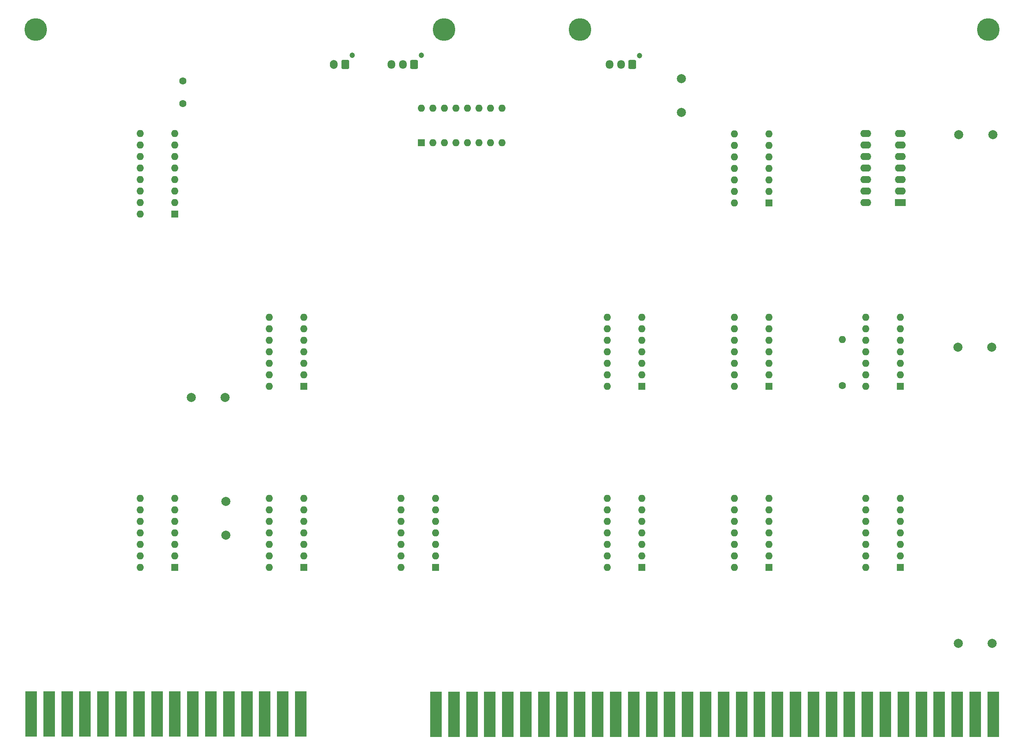
<source format=gbr>
%TF.GenerationSoftware,KiCad,Pcbnew,(6.0.4-0)*%
%TF.CreationDate,2024-04-06T09:11:41+11:00*%
%TF.ProjectId,PC and ADDER 74LS74 MOD,50432061-6e64-4204-9144-444552203734,rev?*%
%TF.SameCoordinates,Original*%
%TF.FileFunction,Soldermask,Bot*%
%TF.FilePolarity,Negative*%
%FSLAX46Y46*%
G04 Gerber Fmt 4.6, Leading zero omitted, Abs format (unit mm)*
G04 Created by KiCad (PCBNEW (6.0.4-0)) date 2024-04-06 09:11:41*
%MOMM*%
%LPD*%
G01*
G04 APERTURE LIST*
G04 Aperture macros list*
%AMRoundRect*
0 Rectangle with rounded corners*
0 $1 Rounding radius*
0 $2 $3 $4 $5 $6 $7 $8 $9 X,Y pos of 4 corners*
0 Add a 4 corners polygon primitive as box body*
4,1,4,$2,$3,$4,$5,$6,$7,$8,$9,$2,$3,0*
0 Add four circle primitives for the rounded corners*
1,1,$1+$1,$2,$3*
1,1,$1+$1,$4,$5*
1,1,$1+$1,$6,$7*
1,1,$1+$1,$8,$9*
0 Add four rect primitives between the rounded corners*
20,1,$1+$1,$2,$3,$4,$5,0*
20,1,$1+$1,$4,$5,$6,$7,0*
20,1,$1+$1,$6,$7,$8,$9,0*
20,1,$1+$1,$8,$9,$2,$3,0*%
G04 Aperture macros list end*
%ADD10R,2.540000X10.000000*%
%ADD11R,1.600000X1.600000*%
%ADD12O,1.600000X1.600000*%
%ADD13C,1.600000*%
%ADD14C,5.000000*%
%ADD15C,1.200000*%
%ADD16RoundRect,0.250000X0.600000X0.725000X-0.600000X0.725000X-0.600000X-0.725000X0.600000X-0.725000X0*%
%ADD17O,1.700000X1.950000*%
%ADD18C,2.000000*%
%ADD19RoundRect,0.250000X0.600000X0.750000X-0.600000X0.750000X-0.600000X-0.750000X0.600000X-0.750000X0*%
%ADD20O,1.700000X2.000000*%
%ADD21R,2.400000X1.600000*%
%ADD22O,2.400000X1.600000*%
G04 APERTURE END LIST*
D10*
%TO.C,J1*%
X251050000Y-174170000D03*
X247087600Y-174170000D03*
X243125200Y-174170000D03*
X239162800Y-174170000D03*
X235200400Y-174170000D03*
X231238000Y-174170000D03*
X227275600Y-174170000D03*
X223313200Y-174170000D03*
X219350800Y-174170000D03*
X215388400Y-174170000D03*
X211426000Y-174170000D03*
X207463600Y-174170000D03*
X203501200Y-174170000D03*
X199538800Y-174170000D03*
X195576400Y-174170000D03*
X191614000Y-174170000D03*
X187651600Y-174170000D03*
X183689200Y-174170000D03*
X179726800Y-174170000D03*
X175764400Y-174170000D03*
X171802000Y-174170000D03*
X167839600Y-174170000D03*
X163877200Y-174170000D03*
X159914800Y-174170000D03*
X155952400Y-174170000D03*
X151990000Y-174170000D03*
X148027600Y-174170000D03*
X144065200Y-174170000D03*
X140102800Y-174170000D03*
X136140400Y-174170000D03*
X132178000Y-174170000D03*
X128215600Y-174170000D03*
%TD*%
%TO.C,J5*%
X98423200Y-174058000D03*
X94460800Y-174058000D03*
X90498400Y-174058000D03*
X86536000Y-174058000D03*
X82573600Y-174058000D03*
X78611200Y-174058000D03*
X74648800Y-174058000D03*
X70686400Y-174058000D03*
X66724000Y-174058000D03*
X62761600Y-174058000D03*
X58799200Y-174058000D03*
X54836800Y-174058000D03*
X50874400Y-174058000D03*
X46912000Y-174058000D03*
X42949600Y-174058000D03*
X38987200Y-174058000D03*
%TD*%
D11*
%TO.C,U5*%
X99120000Y-101740000D03*
D12*
X99120000Y-99200000D03*
X99120000Y-96660000D03*
X99120000Y-94120000D03*
X99120000Y-91580000D03*
X99120000Y-89040000D03*
X99120000Y-86500000D03*
X91500000Y-86500000D03*
X91500000Y-89040000D03*
X91500000Y-91580000D03*
X91500000Y-94120000D03*
X91500000Y-96660000D03*
X91500000Y-99200000D03*
X91500000Y-101740000D03*
%TD*%
D11*
%TO.C,U6*%
X173620000Y-101740000D03*
D12*
X173620000Y-99200000D03*
X173620000Y-96660000D03*
X173620000Y-94120000D03*
X173620000Y-91580000D03*
X173620000Y-89040000D03*
X173620000Y-86500000D03*
X166000000Y-86500000D03*
X166000000Y-89040000D03*
X166000000Y-91580000D03*
X166000000Y-94120000D03*
X166000000Y-96660000D03*
X166000000Y-99200000D03*
X166000000Y-101740000D03*
%TD*%
D11*
%TO.C,U9*%
X70620000Y-141740000D03*
D12*
X70620000Y-139200000D03*
X70620000Y-136660000D03*
X70620000Y-134120000D03*
X70620000Y-131580000D03*
X70620000Y-129040000D03*
X70620000Y-126500000D03*
X63000000Y-126500000D03*
X63000000Y-129040000D03*
X63000000Y-131580000D03*
X63000000Y-134120000D03*
X63000000Y-136660000D03*
X63000000Y-139200000D03*
X63000000Y-141740000D03*
%TD*%
D11*
%TO.C,U10*%
X99120000Y-141740000D03*
D12*
X99120000Y-139200000D03*
X99120000Y-136660000D03*
X99120000Y-134120000D03*
X99120000Y-131580000D03*
X99120000Y-129040000D03*
X99120000Y-126500000D03*
X91500000Y-126500000D03*
X91500000Y-129040000D03*
X91500000Y-131580000D03*
X91500000Y-134120000D03*
X91500000Y-136660000D03*
X91500000Y-139200000D03*
X91500000Y-141740000D03*
%TD*%
D11*
%TO.C,U11*%
X128120000Y-141740000D03*
D12*
X128120000Y-139200000D03*
X128120000Y-136660000D03*
X128120000Y-134120000D03*
X128120000Y-131580000D03*
X128120000Y-129040000D03*
X128120000Y-126500000D03*
X120500000Y-126500000D03*
X120500000Y-129040000D03*
X120500000Y-131580000D03*
X120500000Y-134120000D03*
X120500000Y-136660000D03*
X120500000Y-139200000D03*
X120500000Y-141740000D03*
%TD*%
D11*
%TO.C,U12*%
X173620000Y-141740000D03*
D12*
X173620000Y-139200000D03*
X173620000Y-136660000D03*
X173620000Y-134120000D03*
X173620000Y-131580000D03*
X173620000Y-129040000D03*
X173620000Y-126500000D03*
X166000000Y-126500000D03*
X166000000Y-129040000D03*
X166000000Y-131580000D03*
X166000000Y-134120000D03*
X166000000Y-136660000D03*
X166000000Y-139200000D03*
X166000000Y-141740000D03*
%TD*%
D11*
%TO.C,U13*%
X201620000Y-141740000D03*
D12*
X201620000Y-139200000D03*
X201620000Y-136660000D03*
X201620000Y-134120000D03*
X201620000Y-131580000D03*
X201620000Y-129040000D03*
X201620000Y-126500000D03*
X194000000Y-126500000D03*
X194000000Y-129040000D03*
X194000000Y-131580000D03*
X194000000Y-134120000D03*
X194000000Y-136660000D03*
X194000000Y-139200000D03*
X194000000Y-141740000D03*
%TD*%
D11*
%TO.C,U14*%
X230620000Y-141740000D03*
D12*
X230620000Y-139200000D03*
X230620000Y-136660000D03*
X230620000Y-134120000D03*
X230620000Y-131580000D03*
X230620000Y-129040000D03*
X230620000Y-126500000D03*
X223000000Y-126500000D03*
X223000000Y-129040000D03*
X223000000Y-131580000D03*
X223000000Y-134120000D03*
X223000000Y-136660000D03*
X223000000Y-139200000D03*
X223000000Y-141740000D03*
%TD*%
D11*
%TO.C,U1*%
X70620000Y-63780000D03*
D12*
X70620000Y-61240000D03*
X70620000Y-58700000D03*
X70620000Y-56160000D03*
X70620000Y-53620000D03*
X70620000Y-51080000D03*
X70620000Y-48540000D03*
X70620000Y-46000000D03*
X63000000Y-46000000D03*
X63000000Y-48540000D03*
X63000000Y-51080000D03*
X63000000Y-53620000D03*
X63000000Y-56160000D03*
X63000000Y-58700000D03*
X63000000Y-61240000D03*
X63000000Y-63780000D03*
%TD*%
D11*
%TO.C,U2*%
X125000000Y-48000000D03*
D12*
X127540000Y-48000000D03*
X130080000Y-48000000D03*
X132620000Y-48000000D03*
X135160000Y-48000000D03*
X137700000Y-48000000D03*
X140240000Y-48000000D03*
X142780000Y-48000000D03*
X142780000Y-40380000D03*
X140240000Y-40380000D03*
X137700000Y-40380000D03*
X135160000Y-40380000D03*
X132620000Y-40380000D03*
X130080000Y-40380000D03*
X127540000Y-40380000D03*
X125000000Y-40380000D03*
%TD*%
D11*
%TO.C,U7*%
X201620000Y-101740000D03*
D12*
X201620000Y-99200000D03*
X201620000Y-96660000D03*
X201620000Y-94120000D03*
X201620000Y-91580000D03*
X201620000Y-89040000D03*
X201620000Y-86500000D03*
X194000000Y-86500000D03*
X194000000Y-89040000D03*
X194000000Y-91580000D03*
X194000000Y-94120000D03*
X194000000Y-96660000D03*
X194000000Y-99200000D03*
X194000000Y-101740000D03*
%TD*%
D13*
%TO.C,R2*%
X217805000Y-101600000D03*
D12*
X217805000Y-91440000D03*
%TD*%
D11*
%TO.C,U8*%
X230620000Y-101740000D03*
D12*
X230620000Y-99200000D03*
X230620000Y-96660000D03*
X230620000Y-94120000D03*
X230620000Y-91580000D03*
X230620000Y-89040000D03*
X230620000Y-86500000D03*
X223000000Y-86500000D03*
X223000000Y-89040000D03*
X223000000Y-91580000D03*
X223000000Y-94120000D03*
X223000000Y-96660000D03*
X223000000Y-99200000D03*
X223000000Y-101740000D03*
%TD*%
D13*
%TO.C,C5*%
X72390000Y-39370000D03*
X72390000Y-34370000D03*
%TD*%
D11*
%TO.C,U3*%
X201620000Y-61340000D03*
D12*
X201620000Y-58800000D03*
X201620000Y-56260000D03*
X201620000Y-53720000D03*
X201620000Y-51180000D03*
X201620000Y-48640000D03*
X201620000Y-46100000D03*
X194000000Y-46100000D03*
X194000000Y-48640000D03*
X194000000Y-51180000D03*
X194000000Y-53720000D03*
X194000000Y-56260000D03*
X194000000Y-58800000D03*
X194000000Y-61340000D03*
%TD*%
D14*
%TO.C,H1*%
X40000000Y-23000000D03*
X130000000Y-23000000D03*
%TD*%
%TO.C,H2*%
X160000000Y-23000000D03*
X250000000Y-23000000D03*
%TD*%
D15*
%TO.C,J3*%
X125000000Y-28700000D03*
D16*
X123400000Y-30700000D03*
D17*
X120900000Y-30700000D03*
X118400000Y-30700000D03*
%TD*%
D18*
%TO.C,C1*%
X81900000Y-134650000D03*
X81900000Y-127150000D03*
%TD*%
%TO.C,C3*%
X81750000Y-104200000D03*
X74250000Y-104200000D03*
%TD*%
%TO.C,C5*%
X243250000Y-93100000D03*
X250750000Y-93100000D03*
%TD*%
%TO.C,C4*%
X182300000Y-41350000D03*
X182300000Y-33850000D03*
%TD*%
D15*
%TO.C,J4*%
X109800000Y-28700000D03*
D19*
X108200000Y-30700000D03*
D20*
X105700000Y-30700000D03*
%TD*%
D18*
%TO.C,C2*%
X243450000Y-46200000D03*
X250950000Y-46200000D03*
%TD*%
%TO.C,C6*%
X243350000Y-158500000D03*
X250850000Y-158500000D03*
%TD*%
D15*
%TO.C,J2*%
X173100000Y-28750000D03*
D16*
X171500000Y-30750000D03*
D17*
X169000000Y-30750000D03*
X166500000Y-30750000D03*
%TD*%
D21*
%TO.C,U4*%
X230625000Y-61225000D03*
D22*
X230625000Y-58685000D03*
X230625000Y-56145000D03*
X230625000Y-53605000D03*
X230625000Y-51065000D03*
X230625000Y-48525000D03*
X230625000Y-45985000D03*
X223005000Y-45985000D03*
X223005000Y-48525000D03*
X223005000Y-51065000D03*
X223005000Y-53605000D03*
X223005000Y-56145000D03*
X223005000Y-58685000D03*
X223005000Y-61225000D03*
%TD*%
M02*

</source>
